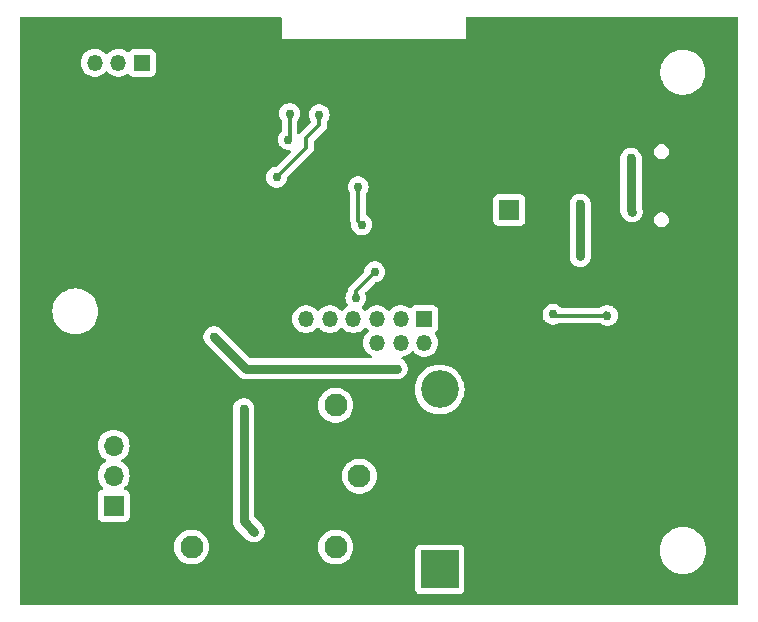
<source format=gbl>
G04 #@! TF.GenerationSoftware,KiCad,Pcbnew,8.0.8*
G04 #@! TF.CreationDate,2025-07-04T19:36:45+02:00*
G04 #@! TF.ProjectId,LaunchControl,4c61756e-6368-4436-9f6e-74726f6c2e6b,rev?*
G04 #@! TF.SameCoordinates,Original*
G04 #@! TF.FileFunction,Copper,L2,Bot*
G04 #@! TF.FilePolarity,Positive*
%FSLAX46Y46*%
G04 Gerber Fmt 4.6, Leading zero omitted, Abs format (unit mm)*
G04 Created by KiCad (PCBNEW 8.0.8) date 2025-07-04 19:36:45*
%MOMM*%
%LPD*%
G01*
G04 APERTURE LIST*
G04 #@! TA.AperFunction,HeatsinkPad*
%ADD10O,2.100000X1.000000*%
G04 #@! TD*
G04 #@! TA.AperFunction,HeatsinkPad*
%ADD11O,1.800000X1.000000*%
G04 #@! TD*
G04 #@! TA.AperFunction,ComponentPad*
%ADD12R,1.350000X1.350000*%
G04 #@! TD*
G04 #@! TA.AperFunction,ComponentPad*
%ADD13O,1.350000X1.350000*%
G04 #@! TD*
G04 #@! TA.AperFunction,ComponentPad*
%ADD14C,1.950000*%
G04 #@! TD*
G04 #@! TA.AperFunction,ComponentPad*
%ADD15R,3.200000X3.200000*%
G04 #@! TD*
G04 #@! TA.AperFunction,ComponentPad*
%ADD16O,3.200000X3.200000*%
G04 #@! TD*
G04 #@! TA.AperFunction,ComponentPad*
%ADD17R,1.700000X1.700000*%
G04 #@! TD*
G04 #@! TA.AperFunction,ComponentPad*
%ADD18O,1.700000X1.700000*%
G04 #@! TD*
G04 #@! TA.AperFunction,ViaPad*
%ADD19C,0.762000*%
G04 #@! TD*
G04 #@! TA.AperFunction,Conductor*
%ADD20C,0.800000*%
G04 #@! TD*
G04 #@! TA.AperFunction,Conductor*
%ADD21C,0.300000*%
G04 #@! TD*
G04 #@! TA.AperFunction,Conductor*
%ADD22C,0.500000*%
G04 #@! TD*
G04 APERTURE END LIST*
D10*
G04 #@! TO.P,J6,S1,SHIELD*
G04 #@! TO.N,GND*
X162095000Y-57220000D03*
D11*
X166275000Y-57220000D03*
D10*
X162095000Y-48580000D03*
D11*
X166275000Y-48580000D03*
G04 #@! TD*
D12*
G04 #@! TO.P,J1,1,Pin_1*
G04 #@! TO.N,/I2C_SCL*
X142500000Y-64200000D03*
D13*
G04 #@! TO.P,J1,2,Pin_2*
G04 #@! TO.N,+3.3V*
X142500000Y-66200001D03*
G04 #@! TO.P,J1,3,Pin_3*
G04 #@! TO.N,/I2C_SDA*
X140499999Y-64200000D03*
G04 #@! TO.P,J1,4,Pin_4*
G04 #@! TO.N,+3.3V*
X140500000Y-66200000D03*
G04 #@! TO.P,J1,5,Pin_5*
G04 #@! TO.N,/R_BASE*
X138500000Y-64200000D03*
G04 #@! TO.P,J1,6,Pin_6*
G04 #@! TO.N,+3.3V*
X138499999Y-66200000D03*
G04 #@! TO.P,J1,7,Pin_7*
G04 #@! TO.N,/G_BASE*
X136500000Y-64200000D03*
G04 #@! TO.P,J1,8,Pin_8*
G04 #@! TO.N,GND*
X136500000Y-66200000D03*
G04 #@! TO.P,J1,9,Pin_9*
G04 #@! TO.N,/PUSH*
X134500000Y-64200000D03*
G04 #@! TO.P,J1,10,Pin_10*
G04 #@! TO.N,GND*
X134500000Y-66200000D03*
G04 #@! TO.P,J1,11,Pin_11*
G04 #@! TO.N,/iButton*
X132500000Y-64200000D03*
G04 #@! TO.P,J1,12,Pin_12*
G04 #@! TO.N,GND*
X132500000Y-66200000D03*
G04 #@! TD*
D12*
G04 #@! TO.P,SW1,1,A*
G04 #@! TO.N,+3.3V*
X118600000Y-42500000D03*
D13*
G04 #@! TO.P,SW1,2,B*
G04 #@! TO.N,Net-(SW1-B)*
X116599999Y-42500000D03*
G04 #@! TO.P,SW1,3,C*
G04 #@! TO.N,unconnected-(SW1-C-Pad3)*
X114600000Y-42500000D03*
G04 #@! TD*
D14*
G04 #@! TO.P,K1,1,COIL_1*
G04 #@! TO.N,Net-(D3-A)*
X135000000Y-71500001D03*
G04 #@! TO.P,K1,2,NO*
G04 #@! TO.N,GND*
X122800000Y-71500001D03*
G04 #@! TO.P,K1,3,COM_1*
G04 #@! TO.N,Net-(J5-Pin_1)*
X122800000Y-83500001D03*
G04 #@! TO.P,K1,4,COIL_2*
G04 #@! TO.N,VBATT+*
X135000000Y-83500000D03*
G04 #@! TO.P,K1,5,COM_2*
G04 #@! TO.N,Net-(J5-Pin_2)*
X137000000Y-77500001D03*
G04 #@! TD*
D15*
G04 #@! TO.P,D3,1,K*
G04 #@! TO.N,VBATT+*
X143800000Y-85400000D03*
D16*
G04 #@! TO.P,D3,2,A*
G04 #@! TO.N,Net-(D3-A)*
X143800000Y-70160000D03*
G04 #@! TD*
D17*
G04 #@! TO.P,J2,1,Pin_1*
G04 #@! TO.N,Net-(IC1-IO9)*
X149700000Y-54960000D03*
D18*
G04 #@! TO.P,J2,2,Pin_2*
G04 #@! TO.N,GND*
X149700000Y-57500000D03*
G04 #@! TD*
D17*
G04 #@! TO.P,J5,1,Pin_1*
G04 #@! TO.N,Net-(J5-Pin_1)*
X116200000Y-80000000D03*
D18*
G04 #@! TO.P,J5,2,Pin_2*
G04 #@! TO.N,Net-(J5-Pin_2)*
X116200000Y-77460000D03*
G04 #@! TO.P,J5,3,Pin_3*
G04 #@! TO.N,unconnected-(J5-Pin_3-Pad3)*
X116200000Y-74920001D03*
G04 #@! TD*
D19*
G04 #@! TO.N,GND*
X154000000Y-85400000D03*
X124200000Y-49900000D03*
X138200000Y-49400000D03*
X154000000Y-86900000D03*
X133800000Y-49400000D03*
X139600000Y-49400000D03*
X134700000Y-45900000D03*
X134600000Y-42400000D03*
X134700000Y-47900000D03*
X159800000Y-83800000D03*
X141200000Y-49400000D03*
X138500000Y-42400000D03*
X159400000Y-49200000D03*
X141700000Y-48000000D03*
X123100000Y-41000000D03*
X142600000Y-42400000D03*
X141700000Y-45900000D03*
X122900000Y-52500000D03*
X142600000Y-46900000D03*
X159800000Y-86900000D03*
X136500000Y-42400000D03*
X135300000Y-49400000D03*
X141700000Y-44000000D03*
X160000000Y-57200000D03*
X142600000Y-49400000D03*
X154000000Y-83800000D03*
X146400000Y-50900000D03*
X152600000Y-75500000D03*
X140600000Y-42400000D03*
X159200000Y-56500000D03*
X156900000Y-82300000D03*
X139300000Y-57800000D03*
X155300000Y-82300000D03*
X142600000Y-44900000D03*
X153600000Y-77700000D03*
X136700000Y-49400000D03*
X158500000Y-82300000D03*
X155400000Y-45900000D03*
X134700000Y-43800000D03*
X159800000Y-85500000D03*
X159600000Y-48000000D03*
G04 #@! TO.N,VBATT+*
X127200000Y-71800000D03*
X128100000Y-82200000D03*
G04 #@! TO.N,+3.3V*
X124700000Y-65700000D03*
X140200000Y-68400000D03*
G04 #@! TO.N,+5V*
X155700000Y-54500000D03*
X160100000Y-55100000D03*
X155700000Y-58900000D03*
X160000000Y-50600000D03*
G04 #@! TO.N,Net-(D2-K)*
X158000000Y-63900000D03*
X153400000Y-63800000D03*
G04 #@! TO.N,/iButton*
X133600000Y-46900000D03*
X130000000Y-52200000D03*
G04 #@! TO.N,/Relay*
X131100000Y-46800000D03*
X131000000Y-49000000D03*
G04 #@! TO.N,/GREEN_LED*
X137200000Y-56200000D03*
X136900000Y-53000000D03*
G04 #@! TO.N,/G_BASE*
X136700000Y-62400000D03*
X138300000Y-60200000D03*
G04 #@! TD*
D20*
G04 #@! TO.N,VBATT+*
X127200000Y-71800000D02*
X127200000Y-81300000D01*
X127200000Y-81300000D02*
X128100000Y-82200000D01*
G04 #@! TO.N,+3.3V*
X124700000Y-65700000D02*
X127400000Y-68400000D01*
X127400000Y-68400000D02*
X140200000Y-68400000D01*
G04 #@! TO.N,+5V*
X155700000Y-54500000D02*
X155700000Y-58900000D01*
X160000000Y-55000000D02*
X160100000Y-55100000D01*
X160000000Y-50600000D02*
X160000000Y-55000000D01*
D21*
G04 #@! TO.N,Net-(D2-K)*
X158000000Y-63900000D02*
X153500000Y-63900000D01*
D22*
X158000000Y-63900000D02*
X157900000Y-63800000D01*
D21*
X153500000Y-63900000D02*
X153400000Y-63800000D01*
G04 #@! TO.N,/iButton*
X132500000Y-49700000D02*
X130000000Y-52200000D01*
X132500000Y-48900000D02*
X132500000Y-49700000D01*
X133600000Y-46900000D02*
X133600000Y-47800000D01*
X133600000Y-47800000D02*
X132500000Y-48900000D01*
G04 #@! TO.N,/Relay*
X131100000Y-48900000D02*
X131000000Y-49000000D01*
X131100000Y-46800000D02*
X131100000Y-48900000D01*
G04 #@! TO.N,/GREEN_LED*
X136900000Y-55900000D02*
X136900000Y-53000000D01*
X137200000Y-56200000D02*
X136900000Y-55900000D01*
G04 #@! TO.N,/G_BASE*
X138300000Y-60200000D02*
X136700000Y-61800000D01*
X136700000Y-61800000D02*
X136700000Y-62400000D01*
G04 #@! TD*
G04 #@! TA.AperFunction,Conductor*
G04 #@! TO.N,GND*
G36*
X130393039Y-38624985D02*
G01*
X130438794Y-38677789D01*
X130450000Y-38729300D01*
X130450000Y-40500000D01*
X146050000Y-40500000D01*
X146050000Y-38729300D01*
X146069685Y-38662261D01*
X146122489Y-38616506D01*
X146174000Y-38605300D01*
X168970700Y-38605300D01*
X169037739Y-38624985D01*
X169083494Y-38677789D01*
X169094700Y-38729300D01*
X169094700Y-88320700D01*
X169075015Y-88387739D01*
X169022211Y-88433494D01*
X168970700Y-88444700D01*
X108379300Y-88444700D01*
X108312261Y-88425015D01*
X108266506Y-88372211D01*
X108255300Y-88320700D01*
X108255300Y-83499995D01*
X121319443Y-83499995D01*
X121319443Y-83500006D01*
X121339634Y-83743684D01*
X121339636Y-83743696D01*
X121399663Y-83980735D01*
X121497888Y-84204667D01*
X121631632Y-84409379D01*
X121797241Y-84589277D01*
X121797246Y-84589282D01*
X121990212Y-84739474D01*
X122205267Y-84855856D01*
X122205270Y-84855857D01*
X122436541Y-84935252D01*
X122436543Y-84935252D01*
X122436545Y-84935253D01*
X122677737Y-84975501D01*
X122677738Y-84975501D01*
X122922262Y-84975501D01*
X122922263Y-84975501D01*
X123163455Y-84935253D01*
X123394733Y-84855856D01*
X123609788Y-84739474D01*
X123802754Y-84589282D01*
X123968368Y-84409378D01*
X124102111Y-84204668D01*
X124200336Y-83980737D01*
X124260364Y-83743693D01*
X124264605Y-83692516D01*
X124280557Y-83500006D01*
X124280557Y-83499995D01*
X124280557Y-83499994D01*
X133519443Y-83499994D01*
X133519443Y-83500005D01*
X133539634Y-83743683D01*
X133539636Y-83743695D01*
X133599663Y-83980734D01*
X133697888Y-84204666D01*
X133831632Y-84409378D01*
X133997242Y-84589277D01*
X133997246Y-84589281D01*
X133997249Y-84589283D01*
X133997252Y-84589286D01*
X134190208Y-84739470D01*
X134190212Y-84739473D01*
X134405267Y-84855855D01*
X134405270Y-84855856D01*
X134636541Y-84935251D01*
X134636543Y-84935251D01*
X134636545Y-84935252D01*
X134877737Y-84975500D01*
X134877738Y-84975500D01*
X135122262Y-84975500D01*
X135122263Y-84975500D01*
X135363455Y-84935252D01*
X135594733Y-84855855D01*
X135809788Y-84739473D01*
X136002754Y-84589281D01*
X136168368Y-84409377D01*
X136302111Y-84204667D01*
X136400336Y-83980736D01*
X136458226Y-83752135D01*
X141699500Y-83752135D01*
X141699500Y-87047870D01*
X141699501Y-87047876D01*
X141705908Y-87107483D01*
X141756202Y-87242328D01*
X141756206Y-87242335D01*
X141842452Y-87357544D01*
X141842455Y-87357547D01*
X141957664Y-87443793D01*
X141957671Y-87443797D01*
X142092517Y-87494091D01*
X142092516Y-87494091D01*
X142099444Y-87494835D01*
X142152127Y-87500500D01*
X145447872Y-87500499D01*
X145507483Y-87494091D01*
X145642331Y-87443796D01*
X145757546Y-87357546D01*
X145843796Y-87242331D01*
X145894091Y-87107483D01*
X145900500Y-87047873D01*
X145900499Y-83799998D01*
X162424584Y-83799998D01*
X162424584Y-83800001D01*
X162444691Y-84081136D01*
X162504600Y-84356534D01*
X162603098Y-84620618D01*
X162603100Y-84620622D01*
X162738170Y-84867985D01*
X162738171Y-84867986D01*
X162738174Y-84867991D01*
X162907080Y-85093622D01*
X162907084Y-85093626D01*
X162907089Y-85093632D01*
X163106367Y-85292910D01*
X163106373Y-85292915D01*
X163106378Y-85292920D01*
X163332009Y-85461826D01*
X163332013Y-85461828D01*
X163332014Y-85461829D01*
X163579377Y-85596899D01*
X163579381Y-85596901D01*
X163579383Y-85596902D01*
X163843461Y-85695398D01*
X163843464Y-85695398D01*
X163843465Y-85695399D01*
X164118863Y-85755308D01*
X164118865Y-85755308D01*
X164118869Y-85755309D01*
X164368698Y-85773177D01*
X164399999Y-85775416D01*
X164400000Y-85775416D01*
X164400001Y-85775416D01*
X164428165Y-85773401D01*
X164681131Y-85755309D01*
X164956539Y-85695398D01*
X165220617Y-85596902D01*
X165467991Y-85461826D01*
X165693622Y-85292920D01*
X165892920Y-85093622D01*
X166061826Y-84867991D01*
X166196902Y-84620617D01*
X166295398Y-84356539D01*
X166355309Y-84081131D01*
X166375416Y-83800000D01*
X166355309Y-83518869D01*
X166351205Y-83500005D01*
X166295399Y-83243465D01*
X166229169Y-83065896D01*
X166196902Y-82979383D01*
X166153260Y-82899459D01*
X166061829Y-82732014D01*
X166061828Y-82732013D01*
X166061826Y-82732009D01*
X165892920Y-82506378D01*
X165892915Y-82506373D01*
X165892910Y-82506367D01*
X165693632Y-82307089D01*
X165693626Y-82307084D01*
X165693622Y-82307080D01*
X165467991Y-82138174D01*
X165467986Y-82138171D01*
X165467985Y-82138170D01*
X165220622Y-82003100D01*
X165220618Y-82003098D01*
X164956534Y-81904600D01*
X164681136Y-81844691D01*
X164400001Y-81824584D01*
X164399999Y-81824584D01*
X164118863Y-81844691D01*
X163843465Y-81904600D01*
X163579381Y-82003098D01*
X163579377Y-82003100D01*
X163332014Y-82138170D01*
X163332013Y-82138171D01*
X163106379Y-82307079D01*
X163106367Y-82307089D01*
X162907089Y-82506367D01*
X162907079Y-82506379D01*
X162738171Y-82732013D01*
X162738170Y-82732014D01*
X162603100Y-82979377D01*
X162603098Y-82979381D01*
X162504600Y-83243465D01*
X162444691Y-83518863D01*
X162424584Y-83799998D01*
X145900499Y-83799998D01*
X145900499Y-83752128D01*
X145894091Y-83692517D01*
X145843796Y-83557669D01*
X145843795Y-83557668D01*
X145843793Y-83557664D01*
X145757547Y-83442455D01*
X145757544Y-83442452D01*
X145642335Y-83356206D01*
X145642328Y-83356202D01*
X145507482Y-83305908D01*
X145507483Y-83305908D01*
X145447883Y-83299501D01*
X145447881Y-83299500D01*
X145447873Y-83299500D01*
X145447864Y-83299500D01*
X142152129Y-83299500D01*
X142152123Y-83299501D01*
X142092516Y-83305908D01*
X141957671Y-83356202D01*
X141957664Y-83356206D01*
X141842455Y-83442452D01*
X141842452Y-83442455D01*
X141756206Y-83557664D01*
X141756202Y-83557671D01*
X141705908Y-83692517D01*
X141700406Y-83743696D01*
X141699501Y-83752123D01*
X141699500Y-83752135D01*
X136458226Y-83752135D01*
X136460364Y-83743692D01*
X136464605Y-83692516D01*
X136480557Y-83500005D01*
X136480557Y-83499994D01*
X136460365Y-83256316D01*
X136460363Y-83256304D01*
X136420908Y-83100500D01*
X136400336Y-83019264D01*
X136302111Y-82795333D01*
X136168368Y-82590623D01*
X136168367Y-82590621D01*
X136002757Y-82410722D01*
X136002747Y-82410713D01*
X135809791Y-82260529D01*
X135809787Y-82260526D01*
X135594734Y-82144145D01*
X135594729Y-82144143D01*
X135363458Y-82064748D01*
X135182561Y-82034562D01*
X135122263Y-82024500D01*
X134877737Y-82024500D01*
X134829498Y-82032549D01*
X134636541Y-82064748D01*
X134405270Y-82144143D01*
X134405265Y-82144145D01*
X134190212Y-82260526D01*
X134190208Y-82260529D01*
X133997252Y-82410713D01*
X133997242Y-82410722D01*
X133831632Y-82590621D01*
X133697888Y-82795333D01*
X133599663Y-83019265D01*
X133539636Y-83256304D01*
X133539634Y-83256316D01*
X133519443Y-83499994D01*
X124280557Y-83499994D01*
X124260365Y-83256317D01*
X124260363Y-83256308D01*
X124200336Y-83019265D01*
X124102111Y-82795334D01*
X123968368Y-82590624D01*
X123968367Y-82590622D01*
X123802757Y-82410723D01*
X123802747Y-82410714D01*
X123609791Y-82260530D01*
X123609787Y-82260527D01*
X123394734Y-82144146D01*
X123394729Y-82144144D01*
X123163458Y-82064749D01*
X122982561Y-82034563D01*
X122922263Y-82024501D01*
X122677737Y-82024501D01*
X122629498Y-82032550D01*
X122436541Y-82064749D01*
X122205270Y-82144144D01*
X122205265Y-82144146D01*
X121990212Y-82260527D01*
X121990208Y-82260530D01*
X121797252Y-82410714D01*
X121797242Y-82410723D01*
X121631632Y-82590622D01*
X121497888Y-82795334D01*
X121399663Y-83019266D01*
X121339636Y-83256305D01*
X121339634Y-83256317D01*
X121319443Y-83499995D01*
X108255300Y-83499995D01*
X108255300Y-74920000D01*
X114844341Y-74920000D01*
X114844341Y-74920001D01*
X114864936Y-75155404D01*
X114864938Y-75155414D01*
X114926094Y-75383656D01*
X114926096Y-75383660D01*
X114926097Y-75383664D01*
X115025965Y-75597831D01*
X115025967Y-75597835D01*
X115161501Y-75791396D01*
X115161506Y-75791403D01*
X115328597Y-75958494D01*
X115328603Y-75958499D01*
X115514157Y-76088425D01*
X115557782Y-76143002D01*
X115564976Y-76212500D01*
X115533453Y-76274855D01*
X115514158Y-76291575D01*
X115328594Y-76421508D01*
X115161505Y-76588597D01*
X115025965Y-76782169D01*
X115025964Y-76782171D01*
X114926098Y-76996335D01*
X114926094Y-76996344D01*
X114864938Y-77224586D01*
X114864936Y-77224596D01*
X114844341Y-77459999D01*
X114844341Y-77460000D01*
X114864936Y-77695403D01*
X114864938Y-77695413D01*
X114926094Y-77923655D01*
X114926096Y-77923659D01*
X114926097Y-77923663D01*
X115025965Y-78137830D01*
X115025967Y-78137834D01*
X115134281Y-78292521D01*
X115161501Y-78331396D01*
X115161506Y-78331402D01*
X115283430Y-78453326D01*
X115316915Y-78514649D01*
X115311931Y-78584341D01*
X115270059Y-78640274D01*
X115239083Y-78657189D01*
X115107669Y-78706203D01*
X115107664Y-78706206D01*
X114992455Y-78792452D01*
X114992452Y-78792455D01*
X114906206Y-78907664D01*
X114906202Y-78907671D01*
X114855908Y-79042517D01*
X114849501Y-79102116D01*
X114849501Y-79102123D01*
X114849500Y-79102135D01*
X114849500Y-80897870D01*
X114849501Y-80897876D01*
X114855908Y-80957483D01*
X114906202Y-81092328D01*
X114906206Y-81092335D01*
X114992452Y-81207544D01*
X114992455Y-81207547D01*
X115107664Y-81293793D01*
X115107671Y-81293797D01*
X115242517Y-81344091D01*
X115242516Y-81344091D01*
X115249444Y-81344835D01*
X115302127Y-81350500D01*
X117097872Y-81350499D01*
X117157483Y-81344091D01*
X117292331Y-81293796D01*
X117407546Y-81207546D01*
X117493796Y-81092331D01*
X117544091Y-80957483D01*
X117550500Y-80897873D01*
X117550499Y-79102128D01*
X117544091Y-79042517D01*
X117493796Y-78907669D01*
X117493795Y-78907668D01*
X117493793Y-78907664D01*
X117407547Y-78792455D01*
X117407544Y-78792452D01*
X117292335Y-78706206D01*
X117292328Y-78706202D01*
X117160917Y-78657189D01*
X117104983Y-78615318D01*
X117080566Y-78549853D01*
X117095418Y-78481580D01*
X117116563Y-78453332D01*
X117238495Y-78331401D01*
X117374035Y-78137830D01*
X117473903Y-77923663D01*
X117535063Y-77695408D01*
X117555659Y-77460000D01*
X117535063Y-77224592D01*
X117480047Y-77019266D01*
X117473905Y-76996344D01*
X117473904Y-76996343D01*
X117473903Y-76996337D01*
X117374035Y-76782171D01*
X117238495Y-76588599D01*
X117238494Y-76588597D01*
X117071402Y-76421506D01*
X117071401Y-76421505D01*
X116885842Y-76291575D01*
X116842218Y-76236998D01*
X116835025Y-76167499D01*
X116866547Y-76105145D01*
X116885843Y-76088425D01*
X116977136Y-76024501D01*
X117071401Y-75958496D01*
X117238495Y-75791402D01*
X117374035Y-75597831D01*
X117473903Y-75383664D01*
X117535063Y-75155409D01*
X117555659Y-74920001D01*
X117535063Y-74684593D01*
X117473903Y-74456338D01*
X117374035Y-74242172D01*
X117238495Y-74048600D01*
X117238494Y-74048598D01*
X117071402Y-73881507D01*
X117071395Y-73881502D01*
X116877834Y-73745968D01*
X116877830Y-73745966D01*
X116877828Y-73745965D01*
X116663663Y-73646098D01*
X116663659Y-73646097D01*
X116663655Y-73646095D01*
X116435413Y-73584939D01*
X116435403Y-73584937D01*
X116200001Y-73564342D01*
X116199999Y-73564342D01*
X115964596Y-73584937D01*
X115964586Y-73584939D01*
X115736344Y-73646095D01*
X115736335Y-73646099D01*
X115522171Y-73745965D01*
X115522169Y-73745966D01*
X115328597Y-73881506D01*
X115161505Y-74048598D01*
X115025965Y-74242170D01*
X115025964Y-74242172D01*
X114926098Y-74456336D01*
X114926094Y-74456345D01*
X114864938Y-74684587D01*
X114864936Y-74684597D01*
X114844341Y-74920000D01*
X108255300Y-74920000D01*
X108255300Y-71711304D01*
X126299500Y-71711304D01*
X126299500Y-81388696D01*
X126334103Y-81562658D01*
X126334105Y-81562666D01*
X126365173Y-81637670D01*
X126365173Y-81637671D01*
X126401984Y-81726542D01*
X126401989Y-81726551D01*
X126415583Y-81746895D01*
X126415585Y-81746898D01*
X126415587Y-81746900D01*
X126471964Y-81831276D01*
X126500537Y-81874038D01*
X127525958Y-82899459D01*
X127525965Y-82899465D01*
X127673451Y-82998011D01*
X127673452Y-82998011D01*
X127673453Y-82998012D01*
X127837334Y-83065895D01*
X128011303Y-83100499D01*
X128011307Y-83100500D01*
X128011308Y-83100500D01*
X128188693Y-83100500D01*
X128188694Y-83100499D01*
X128362666Y-83065895D01*
X128526546Y-82998012D01*
X128674036Y-82899464D01*
X128799464Y-82774036D01*
X128898012Y-82626546D01*
X128965895Y-82462666D01*
X129000500Y-82288692D01*
X129000500Y-82111308D01*
X128965895Y-81937334D01*
X128898012Y-81773453D01*
X128880271Y-81746902D01*
X128799465Y-81625965D01*
X128799459Y-81625958D01*
X128136819Y-80963318D01*
X128103334Y-80901995D01*
X128100500Y-80875637D01*
X128100500Y-77499995D01*
X135519443Y-77499995D01*
X135519443Y-77500006D01*
X135539634Y-77743684D01*
X135539636Y-77743696D01*
X135599663Y-77980735D01*
X135697888Y-78204667D01*
X135831632Y-78409379D01*
X135997242Y-78589278D01*
X135997252Y-78589287D01*
X136147467Y-78706204D01*
X136190212Y-78739474D01*
X136405267Y-78855856D01*
X136405270Y-78855857D01*
X136636541Y-78935252D01*
X136636543Y-78935252D01*
X136636545Y-78935253D01*
X136877737Y-78975501D01*
X136877738Y-78975501D01*
X137122262Y-78975501D01*
X137122263Y-78975501D01*
X137363455Y-78935253D01*
X137594733Y-78855856D01*
X137809788Y-78739474D01*
X138002754Y-78589282D01*
X138168368Y-78409378D01*
X138302111Y-78204668D01*
X138400336Y-77980737D01*
X138460364Y-77743693D01*
X138464365Y-77695408D01*
X138480557Y-77500006D01*
X138480557Y-77499995D01*
X138460365Y-77256317D01*
X138460363Y-77256305D01*
X138400336Y-77019266D01*
X138390278Y-76996337D01*
X138302111Y-76795334D01*
X138168368Y-76590624D01*
X138168367Y-76590622D01*
X138002757Y-76410723D01*
X138002747Y-76410714D01*
X137809791Y-76260530D01*
X137809787Y-76260527D01*
X137594734Y-76144146D01*
X137594729Y-76144144D01*
X137363458Y-76064749D01*
X137182561Y-76034563D01*
X137122263Y-76024501D01*
X136877737Y-76024501D01*
X136829498Y-76032550D01*
X136636541Y-76064749D01*
X136405270Y-76144144D01*
X136405265Y-76144146D01*
X136190212Y-76260527D01*
X136190208Y-76260530D01*
X135997252Y-76410714D01*
X135997242Y-76410723D01*
X135831632Y-76590622D01*
X135697888Y-76795334D01*
X135599663Y-77019266D01*
X135539636Y-77256305D01*
X135539634Y-77256317D01*
X135519443Y-77499995D01*
X128100500Y-77499995D01*
X128100500Y-71711306D01*
X128100499Y-71711304D01*
X128065896Y-71537341D01*
X128065893Y-71537332D01*
X128050428Y-71499995D01*
X133519443Y-71499995D01*
X133519443Y-71500006D01*
X133539634Y-71743684D01*
X133539636Y-71743696D01*
X133599663Y-71980735D01*
X133697888Y-72204667D01*
X133831632Y-72409379D01*
X133997242Y-72589278D01*
X133997246Y-72589282D01*
X134190212Y-72739474D01*
X134405267Y-72855856D01*
X134405270Y-72855857D01*
X134636541Y-72935252D01*
X134636543Y-72935252D01*
X134636545Y-72935253D01*
X134877737Y-72975501D01*
X134877738Y-72975501D01*
X135122262Y-72975501D01*
X135122263Y-72975501D01*
X135363455Y-72935253D01*
X135594733Y-72855856D01*
X135809788Y-72739474D01*
X136002754Y-72589282D01*
X136168368Y-72409378D01*
X136302111Y-72204668D01*
X136400336Y-71980737D01*
X136460364Y-71743693D01*
X136460365Y-71743684D01*
X136480557Y-71500006D01*
X136480557Y-71499995D01*
X136460365Y-71256317D01*
X136460363Y-71256305D01*
X136400336Y-71019266D01*
X136392758Y-71001990D01*
X136302111Y-70795334D01*
X136168368Y-70590624D01*
X136168367Y-70590622D01*
X136002757Y-70410723D01*
X136002747Y-70410714D01*
X135809791Y-70260530D01*
X135809787Y-70260527D01*
X135624030Y-70160000D01*
X141694592Y-70160000D01*
X141714201Y-70446680D01*
X141772666Y-70728034D01*
X141772667Y-70728037D01*
X141868894Y-70998793D01*
X141868893Y-70998793D01*
X142001098Y-71253935D01*
X142166812Y-71488700D01*
X142212232Y-71537332D01*
X142362947Y-71698708D01*
X142585853Y-71880055D01*
X142751413Y-71980735D01*
X142831382Y-72029365D01*
X143018237Y-72110526D01*
X143094942Y-72143844D01*
X143371642Y-72221371D01*
X143621920Y-72255771D01*
X143656321Y-72260500D01*
X143656322Y-72260500D01*
X143943679Y-72260500D01*
X143974370Y-72256281D01*
X144228358Y-72221371D01*
X144505058Y-72143844D01*
X144618015Y-72094779D01*
X144768617Y-72029365D01*
X144768620Y-72029363D01*
X144768625Y-72029361D01*
X145014147Y-71880055D01*
X145237053Y-71698708D01*
X145433189Y-71488698D01*
X145598901Y-71253936D01*
X145731104Y-70998797D01*
X145827334Y-70728032D01*
X145885798Y-70446686D01*
X145905408Y-70160000D01*
X145885798Y-69873314D01*
X145827334Y-69591968D01*
X145731105Y-69321206D01*
X145731106Y-69321206D01*
X145598901Y-69066064D01*
X145433187Y-68831299D01*
X145354554Y-68747105D01*
X145237053Y-68621292D01*
X145014147Y-68439945D01*
X145014146Y-68439944D01*
X144768617Y-68290634D01*
X144505063Y-68176158D01*
X144505061Y-68176157D01*
X144505058Y-68176156D01*
X144366492Y-68137332D01*
X144228364Y-68098630D01*
X144228359Y-68098629D01*
X144228358Y-68098629D01*
X144086018Y-68079064D01*
X143943679Y-68059500D01*
X143943678Y-68059500D01*
X143656322Y-68059500D01*
X143656321Y-68059500D01*
X143371642Y-68098629D01*
X143371635Y-68098630D01*
X143163861Y-68156845D01*
X143094942Y-68176156D01*
X143094939Y-68176156D01*
X143094936Y-68176158D01*
X143094935Y-68176158D01*
X142831382Y-68290634D01*
X142585853Y-68439944D01*
X142362950Y-68621289D01*
X142166812Y-68831299D01*
X142001098Y-69066064D01*
X141868894Y-69321206D01*
X141772667Y-69591962D01*
X141772666Y-69591965D01*
X141714201Y-69873319D01*
X141694592Y-70160000D01*
X135624030Y-70160000D01*
X135594734Y-70144146D01*
X135594729Y-70144144D01*
X135363458Y-70064749D01*
X135182561Y-70034563D01*
X135122263Y-70024501D01*
X134877737Y-70024501D01*
X134829498Y-70032550D01*
X134636541Y-70064749D01*
X134405270Y-70144144D01*
X134405265Y-70144146D01*
X134190212Y-70260527D01*
X134190208Y-70260530D01*
X133997252Y-70410714D01*
X133997242Y-70410723D01*
X133831632Y-70590622D01*
X133697888Y-70795334D01*
X133599663Y-71019266D01*
X133539636Y-71256305D01*
X133539634Y-71256317D01*
X133519443Y-71499995D01*
X128050428Y-71499995D01*
X127998016Y-71373459D01*
X127998009Y-71373446D01*
X127899464Y-71225965D01*
X127899461Y-71225961D01*
X127774038Y-71100538D01*
X127774034Y-71100535D01*
X127626553Y-71001990D01*
X127626540Y-71001983D01*
X127462667Y-70934106D01*
X127462658Y-70934103D01*
X127288694Y-70899500D01*
X127288691Y-70899500D01*
X127111309Y-70899500D01*
X127111306Y-70899500D01*
X126937341Y-70934103D01*
X126937332Y-70934106D01*
X126773459Y-71001983D01*
X126773446Y-71001990D01*
X126625965Y-71100535D01*
X126625961Y-71100538D01*
X126500538Y-71225961D01*
X126500535Y-71225965D01*
X126401990Y-71373446D01*
X126401983Y-71373459D01*
X126334106Y-71537332D01*
X126334103Y-71537341D01*
X126299500Y-71711304D01*
X108255300Y-71711304D01*
X108255300Y-65611303D01*
X123799500Y-65611303D01*
X123799500Y-65788696D01*
X123834103Y-65962658D01*
X123834105Y-65962666D01*
X123901988Y-66126548D01*
X124000534Y-66274034D01*
X124000540Y-66274041D01*
X126700536Y-68974035D01*
X126825965Y-69099464D01*
X126973453Y-69198013D01*
X127021452Y-69217895D01*
X127137334Y-69265895D01*
X127311304Y-69300499D01*
X127311308Y-69300500D01*
X127311309Y-69300500D01*
X140288693Y-69300500D01*
X140288694Y-69300499D01*
X140346682Y-69288964D01*
X140462658Y-69265896D01*
X140462661Y-69265894D01*
X140462666Y-69265894D01*
X140626547Y-69198013D01*
X140774035Y-69099464D01*
X140899464Y-68974035D01*
X140998013Y-68826547D01*
X141065894Y-68662666D01*
X141074125Y-68621289D01*
X141100499Y-68488695D01*
X141100500Y-68488693D01*
X141100500Y-68311306D01*
X141100499Y-68311304D01*
X141065896Y-68137341D01*
X141065893Y-68137332D01*
X140998016Y-67973459D01*
X140998009Y-67973446D01*
X140899464Y-67825965D01*
X140899461Y-67825961D01*
X140774038Y-67700538D01*
X140774034Y-67700535D01*
X140626553Y-67601990D01*
X140621177Y-67599117D01*
X140622220Y-67597163D01*
X140575559Y-67559553D01*
X140553501Y-67493257D01*
X140570786Y-67425559D01*
X140621928Y-67377954D01*
X140654631Y-67366956D01*
X140823069Y-67335470D01*
X141026210Y-67256772D01*
X141211432Y-67142088D01*
X141372427Y-66995322D01*
X141401046Y-66957423D01*
X141457151Y-66915789D01*
X141526863Y-66911096D01*
X141588046Y-66944837D01*
X141598952Y-66957423D01*
X141627573Y-66995323D01*
X141788568Y-67142089D01*
X141788575Y-67142093D01*
X141788576Y-67142094D01*
X141973786Y-67256771D01*
X141973792Y-67256774D01*
X141981792Y-67259873D01*
X142176931Y-67335471D01*
X142391074Y-67375501D01*
X142391076Y-67375501D01*
X142608924Y-67375501D01*
X142608926Y-67375501D01*
X142823069Y-67335471D01*
X143026210Y-67256773D01*
X143211432Y-67142089D01*
X143372427Y-66995323D01*
X143503712Y-66821473D01*
X143600817Y-66626460D01*
X143660435Y-66416924D01*
X143680536Y-66200001D01*
X143660435Y-65983078D01*
X143600817Y-65773542D01*
X143503712Y-65578529D01*
X143422250Y-65470655D01*
X143397559Y-65405297D01*
X143412124Y-65336962D01*
X143446891Y-65296667D01*
X143532546Y-65232546D01*
X143618796Y-65117331D01*
X143669091Y-64982483D01*
X143675500Y-64922873D01*
X143675499Y-63800000D01*
X152513644Y-63800000D01*
X152533013Y-63984286D01*
X152533014Y-63984288D01*
X152590274Y-64160514D01*
X152648009Y-64260514D01*
X152682923Y-64320987D01*
X152715385Y-64357040D01*
X152806906Y-64458686D01*
X152806909Y-64458688D01*
X152806912Y-64458691D01*
X152933276Y-64550500D01*
X152956822Y-64567607D01*
X153126095Y-64642973D01*
X153126098Y-64642973D01*
X153126101Y-64642975D01*
X153307351Y-64681500D01*
X153492649Y-64681500D01*
X153673899Y-64642975D01*
X153673902Y-64642973D01*
X153673904Y-64642973D01*
X153710994Y-64626459D01*
X153843178Y-64567607D01*
X153843183Y-64567602D01*
X153844041Y-64567109D01*
X153844682Y-64566937D01*
X153849114Y-64564964D01*
X153849426Y-64565666D01*
X153906034Y-64550500D01*
X157355348Y-64550500D01*
X157422387Y-64570185D01*
X157428233Y-64574182D01*
X157556817Y-64667604D01*
X157556818Y-64667604D01*
X157556822Y-64667607D01*
X157658099Y-64712698D01*
X157726095Y-64742973D01*
X157726098Y-64742973D01*
X157726101Y-64742975D01*
X157907351Y-64781500D01*
X158092649Y-64781500D01*
X158273899Y-64742975D01*
X158273902Y-64742973D01*
X158273904Y-64742973D01*
X158330922Y-64717586D01*
X158443178Y-64667607D01*
X158593088Y-64558691D01*
X158600464Y-64550500D01*
X158619951Y-64528855D01*
X158717077Y-64420987D01*
X158809726Y-64260513D01*
X158866987Y-64084284D01*
X158886356Y-63900000D01*
X158866987Y-63715716D01*
X158809726Y-63539487D01*
X158717077Y-63379013D01*
X158643637Y-63297449D01*
X158593093Y-63241313D01*
X158593090Y-63241311D01*
X158593089Y-63241310D01*
X158593088Y-63241309D01*
X158471566Y-63153018D01*
X158443177Y-63132392D01*
X158273904Y-63057026D01*
X158273896Y-63057024D01*
X158092649Y-63018500D01*
X157907351Y-63018500D01*
X157726104Y-63057024D01*
X157726097Y-63057026D01*
X157641455Y-63094710D01*
X157638476Y-63095990D01*
X157544508Y-63134914D01*
X157495811Y-63167452D01*
X157421584Y-63217048D01*
X157421582Y-63217049D01*
X157421579Y-63217052D01*
X157416869Y-63220917D01*
X157415140Y-63218810D01*
X157364127Y-63246666D01*
X157337769Y-63249500D01*
X154145711Y-63249500D01*
X154078672Y-63229815D01*
X154053566Y-63208477D01*
X153993088Y-63141309D01*
X153879367Y-63058686D01*
X153843177Y-63032392D01*
X153673904Y-62957026D01*
X153673896Y-62957024D01*
X153492649Y-62918500D01*
X153307351Y-62918500D01*
X153126103Y-62957024D01*
X153126095Y-62957026D01*
X152956822Y-63032392D01*
X152806909Y-63141311D01*
X152806906Y-63141313D01*
X152682922Y-63279014D01*
X152590274Y-63439485D01*
X152533014Y-63615711D01*
X152533013Y-63615713D01*
X152513644Y-63800000D01*
X143675499Y-63800000D01*
X143675499Y-63477128D01*
X143669091Y-63417517D01*
X143664302Y-63404678D01*
X143618797Y-63282671D01*
X143618793Y-63282664D01*
X143532547Y-63167455D01*
X143532544Y-63167452D01*
X143417335Y-63081206D01*
X143417328Y-63081202D01*
X143282482Y-63030908D01*
X143282483Y-63030908D01*
X143222883Y-63024501D01*
X143222881Y-63024500D01*
X143222873Y-63024500D01*
X143222864Y-63024500D01*
X141777129Y-63024500D01*
X141777123Y-63024501D01*
X141717516Y-63030908D01*
X141582671Y-63081202D01*
X141582664Y-63081206D01*
X141467455Y-63167452D01*
X141405214Y-63250595D01*
X141349280Y-63292465D01*
X141279588Y-63297449D01*
X141222410Y-63267921D01*
X141211431Y-63257912D01*
X141211428Y-63257910D01*
X141211427Y-63257909D01*
X141026212Y-63143229D01*
X141026206Y-63143226D01*
X140941112Y-63110260D01*
X140823068Y-63064530D01*
X140608925Y-63024500D01*
X140391073Y-63024500D01*
X140176930Y-63064530D01*
X140136505Y-63080191D01*
X139973791Y-63143226D01*
X139973785Y-63143229D01*
X139788575Y-63257906D01*
X139788565Y-63257913D01*
X139627572Y-63404676D01*
X139598952Y-63442576D01*
X139542843Y-63484211D01*
X139473131Y-63488902D01*
X139411949Y-63455159D01*
X139401046Y-63442576D01*
X139372427Y-63404678D01*
X139211432Y-63257912D01*
X139211428Y-63257909D01*
X139211423Y-63257906D01*
X139026213Y-63143229D01*
X139026207Y-63143226D01*
X138941113Y-63110260D01*
X138823069Y-63064530D01*
X138608926Y-63024500D01*
X138391074Y-63024500D01*
X138176931Y-63064530D01*
X138136506Y-63080191D01*
X137973792Y-63143226D01*
X137973786Y-63143229D01*
X137788576Y-63257906D01*
X137788566Y-63257913D01*
X137627573Y-63404676D01*
X137598953Y-63442576D01*
X137542844Y-63484211D01*
X137473132Y-63488902D01*
X137411950Y-63455159D01*
X137401047Y-63442576D01*
X137372426Y-63404676D01*
X137238487Y-63282576D01*
X137202206Y-63222865D01*
X137203966Y-63153018D01*
X137243209Y-63095210D01*
X137249140Y-63090621D01*
X137293088Y-63058691D01*
X137294588Y-63057026D01*
X137343530Y-63002669D01*
X137417077Y-62920987D01*
X137509726Y-62760513D01*
X137566987Y-62584284D01*
X137586356Y-62400000D01*
X137566987Y-62215716D01*
X137509726Y-62039487D01*
X137509725Y-62039485D01*
X137509725Y-62039484D01*
X137507083Y-62033549D01*
X137508303Y-62033005D01*
X137493513Y-61972029D01*
X137516367Y-61906003D01*
X137529685Y-61890259D01*
X138302127Y-61117819D01*
X138363450Y-61084334D01*
X138389808Y-61081500D01*
X138392649Y-61081500D01*
X138573899Y-61042975D01*
X138573902Y-61042973D01*
X138573904Y-61042973D01*
X138630922Y-61017586D01*
X138743178Y-60967607D01*
X138893088Y-60858691D01*
X139017077Y-60720987D01*
X139109726Y-60560513D01*
X139166987Y-60384284D01*
X139186356Y-60200000D01*
X139166987Y-60015716D01*
X139109726Y-59839487D01*
X139017077Y-59679013D01*
X138945451Y-59599464D01*
X138893093Y-59541313D01*
X138893090Y-59541311D01*
X138893089Y-59541310D01*
X138893088Y-59541309D01*
X138743178Y-59432393D01*
X138743177Y-59432392D01*
X138573904Y-59357026D01*
X138573896Y-59357024D01*
X138392649Y-59318500D01*
X138207351Y-59318500D01*
X138026103Y-59357024D01*
X138026095Y-59357026D01*
X137856822Y-59432392D01*
X137706909Y-59541311D01*
X137706906Y-59541313D01*
X137582922Y-59679014D01*
X137490274Y-59839485D01*
X137433014Y-60015711D01*
X137433013Y-60015714D01*
X137422179Y-60118794D01*
X137395594Y-60183409D01*
X137386539Y-60193513D01*
X136194726Y-61385326D01*
X136123534Y-61491874D01*
X136074499Y-61610255D01*
X136074497Y-61610261D01*
X136049500Y-61735928D01*
X136049500Y-61757472D01*
X136029815Y-61824511D01*
X136017651Y-61840443D01*
X135982924Y-61879011D01*
X135982920Y-61879016D01*
X135890274Y-62039485D01*
X135833014Y-62215711D01*
X135833013Y-62215713D01*
X135813644Y-62400000D01*
X135833013Y-62584286D01*
X135833014Y-62584288D01*
X135890274Y-62760514D01*
X135963343Y-62887074D01*
X135982923Y-62920987D01*
X136006452Y-62947119D01*
X136009085Y-62950043D01*
X136039315Y-63013035D01*
X136030689Y-63082370D01*
X135985948Y-63136035D01*
X135977186Y-63141125D01*
X135788576Y-63257906D01*
X135788566Y-63257913D01*
X135627573Y-63404676D01*
X135598953Y-63442576D01*
X135542844Y-63484211D01*
X135473132Y-63488902D01*
X135411950Y-63455159D01*
X135401047Y-63442576D01*
X135372426Y-63404676D01*
X135211433Y-63257913D01*
X135211423Y-63257906D01*
X135026213Y-63143229D01*
X135026207Y-63143226D01*
X134941113Y-63110260D01*
X134823069Y-63064530D01*
X134608926Y-63024500D01*
X134391074Y-63024500D01*
X134176931Y-63064530D01*
X134136506Y-63080191D01*
X133973792Y-63143226D01*
X133973786Y-63143229D01*
X133788576Y-63257906D01*
X133788566Y-63257913D01*
X133627573Y-63404676D01*
X133598953Y-63442576D01*
X133542844Y-63484211D01*
X133473132Y-63488902D01*
X133411950Y-63455159D01*
X133401047Y-63442576D01*
X133372426Y-63404676D01*
X133211433Y-63257913D01*
X133211423Y-63257906D01*
X133026213Y-63143229D01*
X133026207Y-63143226D01*
X132941113Y-63110260D01*
X132823069Y-63064530D01*
X132608926Y-63024500D01*
X132391074Y-63024500D01*
X132176931Y-63064530D01*
X132136506Y-63080191D01*
X131973792Y-63143226D01*
X131973786Y-63143229D01*
X131788576Y-63257906D01*
X131788566Y-63257913D01*
X131627574Y-63404676D01*
X131496288Y-63578527D01*
X131399184Y-63773537D01*
X131339564Y-63983081D01*
X131319464Y-64199999D01*
X131319464Y-64200000D01*
X131339564Y-64416918D01*
X131339564Y-64416920D01*
X131339565Y-64416923D01*
X131391746Y-64600321D01*
X131399184Y-64626462D01*
X131426590Y-64681500D01*
X131496288Y-64821472D01*
X131617877Y-64982483D01*
X131627574Y-64995323D01*
X131654981Y-65020308D01*
X131788568Y-65142088D01*
X131788575Y-65142092D01*
X131788576Y-65142093D01*
X131973786Y-65256770D01*
X131973792Y-65256773D01*
X131996664Y-65265633D01*
X132176931Y-65335470D01*
X132391074Y-65375500D01*
X132391076Y-65375500D01*
X132608924Y-65375500D01*
X132608926Y-65375500D01*
X132823069Y-65335470D01*
X133026210Y-65256772D01*
X133211432Y-65142088D01*
X133372427Y-64995322D01*
X133401047Y-64957422D01*
X133457153Y-64915787D01*
X133526865Y-64911094D01*
X133588048Y-64944836D01*
X133598946Y-64957414D01*
X133627573Y-64995322D01*
X133627576Y-64995325D01*
X133627578Y-64995327D01*
X133654981Y-65020308D01*
X133788568Y-65142088D01*
X133788575Y-65142092D01*
X133788576Y-65142093D01*
X133973786Y-65256770D01*
X133973792Y-65256773D01*
X133996664Y-65265633D01*
X134176931Y-65335470D01*
X134391074Y-65375500D01*
X134391076Y-65375500D01*
X134608924Y-65375500D01*
X134608926Y-65375500D01*
X134823069Y-65335470D01*
X135026210Y-65256772D01*
X135211432Y-65142088D01*
X135372427Y-64995322D01*
X135401047Y-64957422D01*
X135457153Y-64915787D01*
X135526865Y-64911094D01*
X135588048Y-64944836D01*
X135598946Y-64957414D01*
X135627573Y-64995322D01*
X135627576Y-64995325D01*
X135627578Y-64995327D01*
X135654981Y-65020308D01*
X135788568Y-65142088D01*
X135788575Y-65142092D01*
X135788576Y-65142093D01*
X135973786Y-65256770D01*
X135973792Y-65256773D01*
X135996664Y-65265633D01*
X136176931Y-65335470D01*
X136391074Y-65375500D01*
X136391076Y-65375500D01*
X136608924Y-65375500D01*
X136608926Y-65375500D01*
X136823069Y-65335470D01*
X137026210Y-65256772D01*
X137211432Y-65142088D01*
X137372427Y-64995322D01*
X137401047Y-64957422D01*
X137457153Y-64915787D01*
X137526865Y-64911094D01*
X137588048Y-64944836D01*
X137598946Y-64957414D01*
X137627573Y-64995322D01*
X137627576Y-64995325D01*
X137627578Y-64995327D01*
X137751572Y-65108362D01*
X137787854Y-65168073D01*
X137786093Y-65237920D01*
X137751572Y-65291636D01*
X137627573Y-65404675D01*
X137496287Y-65578527D01*
X137399183Y-65773537D01*
X137399183Y-65773538D01*
X137399182Y-65773541D01*
X137345372Y-65962666D01*
X137339563Y-65983081D01*
X137319463Y-66199999D01*
X137319463Y-66200000D01*
X137339563Y-66416918D01*
X137339563Y-66416920D01*
X137339564Y-66416923D01*
X137399182Y-66626459D01*
X137399183Y-66626462D01*
X137496287Y-66821472D01*
X137627572Y-66995322D01*
X137788567Y-67142088D01*
X137788569Y-67142089D01*
X137788575Y-67142093D01*
X137973785Y-67256770D01*
X137973797Y-67256776D01*
X137981792Y-67259873D01*
X138037195Y-67302445D01*
X138060786Y-67368211D01*
X138045076Y-67436292D01*
X137995052Y-67485072D01*
X137937000Y-67499500D01*
X127824361Y-67499500D01*
X127757322Y-67479815D01*
X127736680Y-67463181D01*
X125274041Y-65000540D01*
X125274034Y-65000534D01*
X125126548Y-64901988D01*
X124962666Y-64834105D01*
X124962658Y-64834103D01*
X124788696Y-64799500D01*
X124788692Y-64799500D01*
X124611308Y-64799500D01*
X124611303Y-64799500D01*
X124437341Y-64834103D01*
X124437333Y-64834105D01*
X124273451Y-64901988D01*
X124125965Y-65000534D01*
X124125958Y-65000540D01*
X124000540Y-65125958D01*
X124000534Y-65125965D01*
X123901988Y-65273451D01*
X123834105Y-65437333D01*
X123834103Y-65437341D01*
X123799500Y-65611303D01*
X108255300Y-65611303D01*
X108255300Y-63549998D01*
X111007267Y-63549998D01*
X111007267Y-63550001D01*
X111027041Y-63826485D01*
X111085958Y-64097322D01*
X111085960Y-64097328D01*
X111085961Y-64097331D01*
X111124255Y-64200000D01*
X111182830Y-64357046D01*
X111315665Y-64600315D01*
X111315670Y-64600323D01*
X111481773Y-64822212D01*
X111481789Y-64822230D01*
X111677769Y-65018210D01*
X111677787Y-65018226D01*
X111899676Y-65184329D01*
X111899684Y-65184334D01*
X112142954Y-65317169D01*
X112142953Y-65317169D01*
X112142957Y-65317170D01*
X112142960Y-65317172D01*
X112402669Y-65414039D01*
X112402675Y-65414040D01*
X112402677Y-65414041D01*
X112673514Y-65472958D01*
X112673516Y-65472958D01*
X112673520Y-65472959D01*
X112919216Y-65490531D01*
X112949999Y-65492733D01*
X112950000Y-65492733D01*
X112950001Y-65492733D01*
X112977699Y-65490751D01*
X113226480Y-65472959D01*
X113390214Y-65437341D01*
X113497322Y-65414041D01*
X113497322Y-65414040D01*
X113497331Y-65414039D01*
X113757040Y-65317172D01*
X113757044Y-65317169D01*
X113757046Y-65317169D01*
X113902180Y-65237920D01*
X114000321Y-65184331D01*
X114222220Y-65018220D01*
X114418220Y-64822220D01*
X114584331Y-64600321D01*
X114661669Y-64458686D01*
X114717169Y-64357046D01*
X114717169Y-64357044D01*
X114717172Y-64357040D01*
X114814039Y-64097331D01*
X114872959Y-63826480D01*
X114892733Y-63550000D01*
X114872959Y-63273520D01*
X114869562Y-63257906D01*
X114814041Y-63002677D01*
X114814040Y-63002675D01*
X114814039Y-63002669D01*
X114717172Y-62742960D01*
X114717170Y-62742957D01*
X114717169Y-62742953D01*
X114584334Y-62499684D01*
X114584329Y-62499676D01*
X114418226Y-62277787D01*
X114418210Y-62277769D01*
X114222230Y-62081789D01*
X114222212Y-62081773D01*
X114000323Y-61915670D01*
X114000315Y-61915665D01*
X113757045Y-61782830D01*
X113757046Y-61782830D01*
X113631297Y-61735928D01*
X113497331Y-61685961D01*
X113497328Y-61685960D01*
X113497322Y-61685958D01*
X113226485Y-61627041D01*
X112950001Y-61607267D01*
X112949999Y-61607267D01*
X112673514Y-61627041D01*
X112402677Y-61685958D01*
X112142953Y-61782830D01*
X111899684Y-61915665D01*
X111899676Y-61915670D01*
X111677787Y-62081773D01*
X111677769Y-62081789D01*
X111481789Y-62277769D01*
X111481773Y-62277787D01*
X111315670Y-62499676D01*
X111315665Y-62499684D01*
X111182830Y-62742953D01*
X111085958Y-63002677D01*
X111027041Y-63273514D01*
X111007267Y-63549998D01*
X108255300Y-63549998D01*
X108255300Y-52200000D01*
X129113644Y-52200000D01*
X129133013Y-52384286D01*
X129133014Y-52384288D01*
X129190274Y-52560514D01*
X129235868Y-52639485D01*
X129282923Y-52720987D01*
X129326112Y-52768954D01*
X129406906Y-52858686D01*
X129406909Y-52858688D01*
X129406912Y-52858691D01*
X129556822Y-52967607D01*
X129726095Y-53042973D01*
X129726098Y-53042973D01*
X129726101Y-53042975D01*
X129907351Y-53081500D01*
X130092649Y-53081500D01*
X130273899Y-53042975D01*
X130273902Y-53042973D01*
X130273904Y-53042973D01*
X130370422Y-53000000D01*
X136013644Y-53000000D01*
X136033013Y-53184286D01*
X136033014Y-53184288D01*
X136090274Y-53360514D01*
X136182921Y-53520985D01*
X136217650Y-53559555D01*
X136247880Y-53622546D01*
X136249500Y-53642527D01*
X136249500Y-55964069D01*
X136259773Y-56015713D01*
X136259774Y-56015715D01*
X136259774Y-56015718D01*
X136274496Y-56089736D01*
X136274498Y-56089740D01*
X136274499Y-56089744D01*
X136304545Y-56162282D01*
X136313304Y-56196771D01*
X136333013Y-56384285D01*
X136333014Y-56384288D01*
X136390274Y-56560514D01*
X136463343Y-56687074D01*
X136482923Y-56720987D01*
X136526112Y-56768954D01*
X136606906Y-56858686D01*
X136606909Y-56858688D01*
X136606912Y-56858691D01*
X136756822Y-56967607D01*
X136926095Y-57042973D01*
X136926098Y-57042973D01*
X136926101Y-57042975D01*
X137107351Y-57081500D01*
X137292649Y-57081500D01*
X137473899Y-57042975D01*
X137473902Y-57042973D01*
X137473904Y-57042973D01*
X137530922Y-57017586D01*
X137643178Y-56967607D01*
X137793088Y-56858691D01*
X137917077Y-56720987D01*
X138009726Y-56560513D01*
X138066987Y-56384284D01*
X138086356Y-56200000D01*
X138066987Y-56015716D01*
X138009726Y-55839487D01*
X137917077Y-55679013D01*
X137868514Y-55625078D01*
X137793093Y-55541313D01*
X137793090Y-55541311D01*
X137793089Y-55541310D01*
X137793088Y-55541309D01*
X137643178Y-55432393D01*
X137624061Y-55423881D01*
X137570825Y-55378629D01*
X137550506Y-55311779D01*
X137550500Y-55310603D01*
X137550500Y-54062135D01*
X148349500Y-54062135D01*
X148349500Y-55857870D01*
X148349501Y-55857876D01*
X148355908Y-55917483D01*
X148406202Y-56052328D01*
X148406206Y-56052335D01*
X148492452Y-56167544D01*
X148492455Y-56167547D01*
X148607664Y-56253793D01*
X148607671Y-56253797D01*
X148742517Y-56304091D01*
X148742516Y-56304091D01*
X148749444Y-56304835D01*
X148802127Y-56310500D01*
X150597872Y-56310499D01*
X150657483Y-56304091D01*
X150792331Y-56253796D01*
X150907546Y-56167546D01*
X150993796Y-56052331D01*
X151044091Y-55917483D01*
X151050500Y-55857873D01*
X151050499Y-54411304D01*
X154799500Y-54411304D01*
X154799500Y-58988695D01*
X154834103Y-59162658D01*
X154834106Y-59162667D01*
X154901983Y-59326540D01*
X154901990Y-59326553D01*
X155000535Y-59474034D01*
X155000538Y-59474038D01*
X155125961Y-59599461D01*
X155125965Y-59599464D01*
X155273446Y-59698009D01*
X155273459Y-59698016D01*
X155396363Y-59748923D01*
X155437334Y-59765894D01*
X155437336Y-59765894D01*
X155437341Y-59765896D01*
X155611304Y-59800499D01*
X155611307Y-59800500D01*
X155611309Y-59800500D01*
X155788693Y-59800500D01*
X155788694Y-59800499D01*
X155846682Y-59788964D01*
X155962658Y-59765896D01*
X155962661Y-59765894D01*
X155962666Y-59765894D01*
X156126547Y-59698013D01*
X156274035Y-59599464D01*
X156399464Y-59474035D01*
X156498013Y-59326547D01*
X156565894Y-59162666D01*
X156600500Y-58988691D01*
X156600500Y-54411309D01*
X156600500Y-54411306D01*
X156600499Y-54411304D01*
X156565896Y-54237341D01*
X156565893Y-54237332D01*
X156498016Y-54073459D01*
X156498009Y-54073446D01*
X156399464Y-53925965D01*
X156399461Y-53925961D01*
X156274038Y-53800538D01*
X156274034Y-53800535D01*
X156126553Y-53701990D01*
X156126540Y-53701983D01*
X155962667Y-53634106D01*
X155962658Y-53634103D01*
X155788694Y-53599500D01*
X155788691Y-53599500D01*
X155611309Y-53599500D01*
X155611306Y-53599500D01*
X155437341Y-53634103D01*
X155437332Y-53634106D01*
X155273459Y-53701983D01*
X155273446Y-53701990D01*
X155125965Y-53800535D01*
X155125961Y-53800538D01*
X155000538Y-53925961D01*
X155000535Y-53925965D01*
X154901990Y-54073446D01*
X154901983Y-54073459D01*
X154834106Y-54237332D01*
X154834103Y-54237341D01*
X154799500Y-54411304D01*
X151050499Y-54411304D01*
X151050499Y-54062128D01*
X151044091Y-54002517D01*
X151015537Y-53925961D01*
X150993797Y-53867671D01*
X150993793Y-53867664D01*
X150907547Y-53752455D01*
X150907544Y-53752452D01*
X150792335Y-53666206D01*
X150792328Y-53666202D01*
X150657482Y-53615908D01*
X150657483Y-53615908D01*
X150597883Y-53609501D01*
X150597881Y-53609500D01*
X150597873Y-53609500D01*
X150597864Y-53609500D01*
X148802129Y-53609500D01*
X148802123Y-53609501D01*
X148742516Y-53615908D01*
X148607671Y-53666202D01*
X148607664Y-53666206D01*
X148492455Y-53752452D01*
X148492452Y-53752455D01*
X148406206Y-53867664D01*
X148406202Y-53867671D01*
X148355908Y-54002517D01*
X148349501Y-54062116D01*
X148349501Y-54062123D01*
X148349500Y-54062135D01*
X137550500Y-54062135D01*
X137550500Y-53642527D01*
X137570185Y-53575488D01*
X137582350Y-53559555D01*
X137617077Y-53520987D01*
X137709726Y-53360513D01*
X137766987Y-53184284D01*
X137786356Y-53000000D01*
X137766987Y-52815716D01*
X137709726Y-52639487D01*
X137617077Y-52479013D01*
X137568514Y-52425078D01*
X137493093Y-52341313D01*
X137493090Y-52341311D01*
X137493089Y-52341310D01*
X137493088Y-52341309D01*
X137393148Y-52268698D01*
X137343177Y-52232392D01*
X137173904Y-52157026D01*
X137173896Y-52157024D01*
X136992649Y-52118500D01*
X136807351Y-52118500D01*
X136626103Y-52157024D01*
X136626095Y-52157026D01*
X136456822Y-52232392D01*
X136306909Y-52341311D01*
X136306906Y-52341313D01*
X136182922Y-52479014D01*
X136090274Y-52639485D01*
X136033014Y-52815711D01*
X136033013Y-52815713D01*
X136013644Y-53000000D01*
X130370422Y-53000000D01*
X130443178Y-52967607D01*
X130593088Y-52858691D01*
X130717077Y-52720987D01*
X130809726Y-52560513D01*
X130866987Y-52384284D01*
X130877820Y-52281203D01*
X130904404Y-52216590D01*
X130913451Y-52206493D01*
X132608642Y-50511304D01*
X159099500Y-50511304D01*
X159099500Y-55088696D01*
X159134103Y-55262659D01*
X159134105Y-55262666D01*
X159157233Y-55318500D01*
X159201986Y-55426546D01*
X159201987Y-55426547D01*
X159245348Y-55491441D01*
X159245349Y-55491442D01*
X159300537Y-55574038D01*
X159300538Y-55574039D01*
X159525960Y-55799460D01*
X159525964Y-55799463D01*
X159673446Y-55898008D01*
X159673452Y-55898011D01*
X159673453Y-55898012D01*
X159837334Y-55965894D01*
X159837338Y-55965894D01*
X159837339Y-55965895D01*
X160011305Y-56000500D01*
X160011308Y-56000500D01*
X160188693Y-56000500D01*
X160188694Y-56000499D01*
X160362666Y-55965894D01*
X160526546Y-55898012D01*
X160674035Y-55799463D01*
X160745582Y-55727916D01*
X161964700Y-55727916D01*
X161964700Y-55852083D01*
X161988920Y-55973844D01*
X161988923Y-55973856D01*
X162036431Y-56088552D01*
X162036438Y-56088565D01*
X162105413Y-56191792D01*
X162105416Y-56191796D01*
X162193203Y-56279583D01*
X162193207Y-56279586D01*
X162296434Y-56348561D01*
X162296447Y-56348568D01*
X162382677Y-56384285D01*
X162411148Y-56396078D01*
X162532916Y-56420299D01*
X162532920Y-56420300D01*
X162532921Y-56420300D01*
X162657080Y-56420300D01*
X162657081Y-56420299D01*
X162778852Y-56396078D01*
X162893559Y-56348565D01*
X162996793Y-56279586D01*
X163084586Y-56191793D01*
X163153565Y-56088559D01*
X163201078Y-55973852D01*
X163225300Y-55852079D01*
X163225300Y-55727921D01*
X163201078Y-55606148D01*
X163174221Y-55541309D01*
X163153568Y-55491447D01*
X163153561Y-55491434D01*
X163084586Y-55388207D01*
X163084583Y-55388203D01*
X162996796Y-55300416D01*
X162996792Y-55300413D01*
X162893565Y-55231438D01*
X162893552Y-55231431D01*
X162778856Y-55183923D01*
X162778844Y-55183920D01*
X162657083Y-55159700D01*
X162657079Y-55159700D01*
X162532921Y-55159700D01*
X162532916Y-55159700D01*
X162411155Y-55183920D01*
X162411143Y-55183923D01*
X162296447Y-55231431D01*
X162296434Y-55231438D01*
X162193207Y-55300413D01*
X162193203Y-55300416D01*
X162105416Y-55388203D01*
X162105413Y-55388207D01*
X162036438Y-55491434D01*
X162036431Y-55491447D01*
X161988923Y-55606143D01*
X161988920Y-55606155D01*
X161964700Y-55727916D01*
X160745582Y-55727916D01*
X160799463Y-55674035D01*
X160898012Y-55526546D01*
X160965894Y-55362666D01*
X161000500Y-55188691D01*
X161000500Y-55011308D01*
X161000500Y-55011305D01*
X160965895Y-54837339D01*
X160965894Y-54837338D01*
X160965894Y-54837334D01*
X160965892Y-54837329D01*
X160909939Y-54702245D01*
X160900500Y-54654793D01*
X160900500Y-50511306D01*
X160900499Y-50511304D01*
X160865896Y-50337341D01*
X160865893Y-50337332D01*
X160798016Y-50173459D01*
X160798009Y-50173446D01*
X160699464Y-50025965D01*
X160699461Y-50025961D01*
X160621416Y-49947916D01*
X161964700Y-49947916D01*
X161964700Y-50072083D01*
X161988920Y-50193844D01*
X161988923Y-50193856D01*
X162036431Y-50308552D01*
X162036438Y-50308565D01*
X162105413Y-50411792D01*
X162105416Y-50411796D01*
X162193203Y-50499583D01*
X162193207Y-50499586D01*
X162296434Y-50568561D01*
X162296447Y-50568568D01*
X162411143Y-50616076D01*
X162411148Y-50616078D01*
X162532916Y-50640299D01*
X162532920Y-50640300D01*
X162532921Y-50640300D01*
X162657080Y-50640300D01*
X162657081Y-50640299D01*
X162778852Y-50616078D01*
X162893559Y-50568565D01*
X162996793Y-50499586D01*
X163084586Y-50411793D01*
X163153565Y-50308559D01*
X163201078Y-50193852D01*
X163225300Y-50072079D01*
X163225300Y-49947921D01*
X163201078Y-49826148D01*
X163201076Y-49826143D01*
X163153568Y-49711447D01*
X163153561Y-49711434D01*
X163084586Y-49608207D01*
X163084583Y-49608203D01*
X162996796Y-49520416D01*
X162996792Y-49520413D01*
X162893565Y-49451438D01*
X162893552Y-49451431D01*
X162778856Y-49403923D01*
X162778844Y-49403920D01*
X162657083Y-49379700D01*
X162657079Y-49379700D01*
X162532921Y-49379700D01*
X162532916Y-49379700D01*
X162411155Y-49403920D01*
X162411143Y-49403923D01*
X162296447Y-49451431D01*
X162296434Y-49451438D01*
X162193207Y-49520413D01*
X162193203Y-49520416D01*
X162105416Y-49608203D01*
X162105413Y-49608207D01*
X162036438Y-49711434D01*
X162036431Y-49711447D01*
X161988923Y-49826143D01*
X161988920Y-49826155D01*
X161964700Y-49947916D01*
X160621416Y-49947916D01*
X160574038Y-49900538D01*
X160574034Y-49900535D01*
X160426553Y-49801990D01*
X160426540Y-49801983D01*
X160262667Y-49734106D01*
X160262658Y-49734103D01*
X160088694Y-49699500D01*
X160088691Y-49699500D01*
X159911309Y-49699500D01*
X159911306Y-49699500D01*
X159737341Y-49734103D01*
X159737332Y-49734106D01*
X159573459Y-49801983D01*
X159573446Y-49801990D01*
X159425965Y-49900535D01*
X159425961Y-49900538D01*
X159300538Y-50025961D01*
X159300535Y-50025965D01*
X159201990Y-50173446D01*
X159201983Y-50173459D01*
X159134106Y-50337332D01*
X159134103Y-50337341D01*
X159099500Y-50511304D01*
X132608642Y-50511304D01*
X133005277Y-50114669D01*
X133076465Y-50008127D01*
X133125501Y-49889744D01*
X133138152Y-49826143D01*
X133142957Y-49801989D01*
X133142957Y-49801986D01*
X133150500Y-49764069D01*
X133150500Y-49220808D01*
X133170185Y-49153769D01*
X133186819Y-49133127D01*
X134105273Y-48214673D01*
X134105277Y-48214669D01*
X134176465Y-48108127D01*
X134225501Y-47989744D01*
X134250500Y-47864069D01*
X134250500Y-47542527D01*
X134270185Y-47475488D01*
X134282350Y-47459555D01*
X134312362Y-47426223D01*
X134317077Y-47420987D01*
X134409726Y-47260513D01*
X134466987Y-47084284D01*
X134486356Y-46900000D01*
X134466987Y-46715716D01*
X134409726Y-46539487D01*
X134317077Y-46379013D01*
X134227038Y-46279014D01*
X134193093Y-46241313D01*
X134193090Y-46241311D01*
X134193089Y-46241310D01*
X134193088Y-46241309D01*
X134093148Y-46168698D01*
X134043177Y-46132392D01*
X133873904Y-46057026D01*
X133873896Y-46057024D01*
X133692649Y-46018500D01*
X133507351Y-46018500D01*
X133326103Y-46057024D01*
X133326095Y-46057026D01*
X133156822Y-46132392D01*
X133006909Y-46241311D01*
X133006906Y-46241313D01*
X132882922Y-46379014D01*
X132790274Y-46539485D01*
X132733014Y-46715711D01*
X132733013Y-46715713D01*
X132713644Y-46900000D01*
X132733013Y-47084286D01*
X132733014Y-47084288D01*
X132790274Y-47260514D01*
X132825187Y-47320985D01*
X132882923Y-47420987D01*
X132884327Y-47422546D01*
X132887638Y-47426223D01*
X132917871Y-47489213D01*
X132909249Y-47558548D01*
X132883173Y-47596880D01*
X131994721Y-48485332D01*
X131977603Y-48510953D01*
X131923991Y-48555758D01*
X131854666Y-48564467D01*
X131791638Y-48534312D01*
X131754919Y-48474870D01*
X131750500Y-48442063D01*
X131750500Y-47442527D01*
X131770185Y-47375488D01*
X131782350Y-47359555D01*
X131817077Y-47320987D01*
X131909726Y-47160513D01*
X131966987Y-46984284D01*
X131986356Y-46800000D01*
X131966987Y-46615716D01*
X131909726Y-46439487D01*
X131817077Y-46279013D01*
X131768514Y-46225078D01*
X131693093Y-46141313D01*
X131693090Y-46141311D01*
X131693089Y-46141310D01*
X131693088Y-46141309D01*
X131593148Y-46068698D01*
X131543177Y-46032392D01*
X131373904Y-45957026D01*
X131373896Y-45957024D01*
X131192649Y-45918500D01*
X131007351Y-45918500D01*
X130826103Y-45957024D01*
X130826095Y-45957026D01*
X130656822Y-46032392D01*
X130506909Y-46141311D01*
X130506906Y-46141313D01*
X130382922Y-46279014D01*
X130290274Y-46439485D01*
X130233014Y-46615711D01*
X130233013Y-46615713D01*
X130213644Y-46800000D01*
X130233013Y-46984286D01*
X130233014Y-46984288D01*
X130290274Y-47160514D01*
X130382921Y-47320985D01*
X130417650Y-47359555D01*
X130447880Y-47422546D01*
X130449500Y-47442527D01*
X130449500Y-48247754D01*
X130429815Y-48314793D01*
X130408468Y-48339908D01*
X130406907Y-48341312D01*
X130282922Y-48479014D01*
X130190274Y-48639485D01*
X130133014Y-48815711D01*
X130133013Y-48815713D01*
X130113644Y-49000000D01*
X130133013Y-49184286D01*
X130133014Y-49184288D01*
X130190274Y-49360514D01*
X130230712Y-49430554D01*
X130282923Y-49520987D01*
X130326112Y-49568954D01*
X130406906Y-49658686D01*
X130406909Y-49658688D01*
X130406912Y-49658691D01*
X130510708Y-49734103D01*
X130556822Y-49767607D01*
X130726095Y-49842973D01*
X130726098Y-49842973D01*
X130726101Y-49842975D01*
X130907351Y-49881500D01*
X131099147Y-49881500D01*
X131099147Y-49884846D01*
X131153330Y-49893934D01*
X131205051Y-49940911D01*
X131223163Y-50008392D01*
X131201917Y-50074953D01*
X131186878Y-50093175D01*
X129997873Y-51282181D01*
X129936550Y-51315666D01*
X129910192Y-51318500D01*
X129907351Y-51318500D01*
X129726103Y-51357024D01*
X129726095Y-51357026D01*
X129556822Y-51432392D01*
X129406909Y-51541311D01*
X129406906Y-51541313D01*
X129282922Y-51679014D01*
X129190274Y-51839485D01*
X129133014Y-52015711D01*
X129133013Y-52015713D01*
X129113644Y-52200000D01*
X108255300Y-52200000D01*
X108255300Y-42499999D01*
X113419464Y-42499999D01*
X113419464Y-42500000D01*
X113439564Y-42716918D01*
X113499184Y-42926462D01*
X113499701Y-42927500D01*
X113596288Y-43121472D01*
X113727573Y-43295322D01*
X113888568Y-43442088D01*
X113888575Y-43442092D01*
X113888576Y-43442093D01*
X114073786Y-43556770D01*
X114073792Y-43556773D01*
X114096664Y-43565633D01*
X114276931Y-43635470D01*
X114491074Y-43675500D01*
X114491076Y-43675500D01*
X114708924Y-43675500D01*
X114708926Y-43675500D01*
X114923069Y-43635470D01*
X115126210Y-43556772D01*
X115311432Y-43442088D01*
X115472427Y-43295322D01*
X115501046Y-43257423D01*
X115557151Y-43215789D01*
X115626863Y-43211096D01*
X115688046Y-43244837D01*
X115698951Y-43257421D01*
X115727572Y-43295322D01*
X115888567Y-43442088D01*
X115888574Y-43442092D01*
X115888575Y-43442093D01*
X116073785Y-43556770D01*
X116073791Y-43556773D01*
X116096663Y-43565633D01*
X116276930Y-43635470D01*
X116491073Y-43675500D01*
X116491075Y-43675500D01*
X116708923Y-43675500D01*
X116708925Y-43675500D01*
X116923068Y-43635470D01*
X117126209Y-43556772D01*
X117311431Y-43442088D01*
X117322409Y-43432079D01*
X117385211Y-43401462D01*
X117454598Y-43409658D01*
X117505214Y-43449405D01*
X117567452Y-43532544D01*
X117567455Y-43532547D01*
X117682664Y-43618793D01*
X117682671Y-43618797D01*
X117817517Y-43669091D01*
X117817516Y-43669091D01*
X117824444Y-43669835D01*
X117877127Y-43675500D01*
X119322872Y-43675499D01*
X119382483Y-43669091D01*
X119517331Y-43618796D01*
X119632546Y-43532546D01*
X119718796Y-43417331D01*
X119769091Y-43282483D01*
X119775500Y-43222873D01*
X119775500Y-43175126D01*
X162482651Y-43175126D01*
X162482651Y-43424873D01*
X162482652Y-43424890D01*
X162515250Y-43672499D01*
X162579894Y-43913753D01*
X162675468Y-44144492D01*
X162675476Y-44144508D01*
X162800348Y-44360791D01*
X162800359Y-44360807D01*
X162952395Y-44558945D01*
X162952401Y-44558952D01*
X163128998Y-44735549D01*
X163129004Y-44735554D01*
X163327152Y-44887598D01*
X163327159Y-44887602D01*
X163543442Y-45012474D01*
X163543458Y-45012482D01*
X163667942Y-45064044D01*
X163774198Y-45108057D01*
X164015448Y-45172700D01*
X164263071Y-45205300D01*
X164263078Y-45205300D01*
X164512824Y-45205300D01*
X164512831Y-45205300D01*
X164760454Y-45172700D01*
X165001704Y-45108057D01*
X165183091Y-45032923D01*
X165232443Y-45012482D01*
X165232446Y-45012480D01*
X165232452Y-45012478D01*
X165448750Y-44887598D01*
X165646898Y-44735554D01*
X165823505Y-44558947D01*
X165975549Y-44360799D01*
X166100429Y-44144501D01*
X166196008Y-43913753D01*
X166260651Y-43672503D01*
X166293251Y-43424880D01*
X166293251Y-43175120D01*
X166260651Y-42927497D01*
X166196008Y-42686247D01*
X166118862Y-42499999D01*
X166100433Y-42455507D01*
X166100425Y-42455491D01*
X165975553Y-42239208D01*
X165975549Y-42239201D01*
X165823505Y-42041053D01*
X165823500Y-42041047D01*
X165646903Y-41864450D01*
X165646896Y-41864444D01*
X165448758Y-41712408D01*
X165448756Y-41712406D01*
X165448750Y-41712402D01*
X165448745Y-41712399D01*
X165448742Y-41712397D01*
X165232459Y-41587525D01*
X165232443Y-41587517D01*
X165001704Y-41491943D01*
X164910303Y-41467452D01*
X164760454Y-41427300D01*
X164760453Y-41427299D01*
X164760450Y-41427299D01*
X164512841Y-41394701D01*
X164512836Y-41394700D01*
X164512831Y-41394700D01*
X164263071Y-41394700D01*
X164263065Y-41394700D01*
X164263060Y-41394701D01*
X164015451Y-41427299D01*
X163774197Y-41491943D01*
X163543458Y-41587517D01*
X163543442Y-41587525D01*
X163327159Y-41712397D01*
X163327143Y-41712408D01*
X163129005Y-41864444D01*
X163128998Y-41864450D01*
X162952401Y-42041047D01*
X162952395Y-42041054D01*
X162800359Y-42239192D01*
X162800348Y-42239208D01*
X162675476Y-42455491D01*
X162675468Y-42455507D01*
X162579894Y-42686246D01*
X162515250Y-42927500D01*
X162482652Y-43175109D01*
X162482651Y-43175126D01*
X119775500Y-43175126D01*
X119775499Y-41777128D01*
X119769091Y-41717517D01*
X119767185Y-41712408D01*
X119718797Y-41582671D01*
X119718793Y-41582664D01*
X119632547Y-41467455D01*
X119632544Y-41467452D01*
X119517335Y-41381206D01*
X119517328Y-41381202D01*
X119382482Y-41330908D01*
X119382483Y-41330908D01*
X119322883Y-41324501D01*
X119322881Y-41324500D01*
X119322873Y-41324500D01*
X119322864Y-41324500D01*
X117877129Y-41324500D01*
X117877123Y-41324501D01*
X117817516Y-41330908D01*
X117682671Y-41381202D01*
X117682664Y-41381206D01*
X117567455Y-41467452D01*
X117505214Y-41550595D01*
X117449280Y-41592465D01*
X117379588Y-41597449D01*
X117322410Y-41567921D01*
X117311431Y-41557912D01*
X117311428Y-41557910D01*
X117311427Y-41557909D01*
X117126212Y-41443229D01*
X117126206Y-41443226D01*
X117041112Y-41410260D01*
X116923068Y-41364530D01*
X116708925Y-41324500D01*
X116491073Y-41324500D01*
X116276930Y-41364530D01*
X116233895Y-41381202D01*
X116073791Y-41443226D01*
X116073785Y-41443229D01*
X115888575Y-41557906D01*
X115888565Y-41557913D01*
X115727572Y-41704676D01*
X115698952Y-41742576D01*
X115642843Y-41784211D01*
X115573131Y-41788902D01*
X115511949Y-41755159D01*
X115501046Y-41742576D01*
X115472427Y-41704678D01*
X115311432Y-41557912D01*
X115311428Y-41557909D01*
X115311423Y-41557906D01*
X115126213Y-41443229D01*
X115126207Y-41443226D01*
X115041113Y-41410260D01*
X114923069Y-41364530D01*
X114708926Y-41324500D01*
X114491074Y-41324500D01*
X114276931Y-41364530D01*
X114233896Y-41381202D01*
X114073792Y-41443226D01*
X114073786Y-41443229D01*
X113888576Y-41557906D01*
X113888566Y-41557913D01*
X113727574Y-41704676D01*
X113596288Y-41878527D01*
X113499184Y-42073537D01*
X113439564Y-42283081D01*
X113419464Y-42499999D01*
X108255300Y-42499999D01*
X108255300Y-38729300D01*
X108274985Y-38662261D01*
X108327789Y-38616506D01*
X108379300Y-38605300D01*
X130326000Y-38605300D01*
X130393039Y-38624985D01*
G37*
G04 #@! TD.AperFunction*
G04 #@! TD*
M02*

</source>
